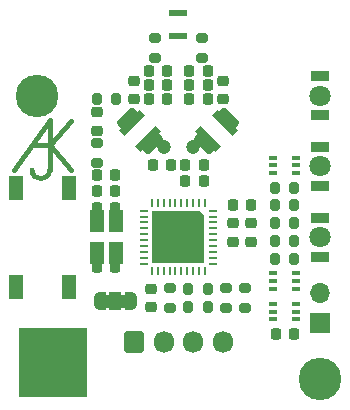
<source format=gbr>
%TF.GenerationSoftware,KiCad,Pcbnew,(6.0.2-0)*%
%TF.CreationDate,2022-02-18T14:13:15+00:00*%
%TF.ProjectId,PN532,504e3533-322e-46b6-9963-61645f706362,7*%
%TF.SameCoordinates,Original*%
%TF.FileFunction,Soldermask,Top*%
%TF.FilePolarity,Negative*%
%FSLAX46Y46*%
G04 Gerber Fmt 4.6, Leading zero omitted, Abs format (unit mm)*
G04 Created by KiCad (PCBNEW (6.0.2-0)) date 2022-02-18 14:13:15*
%MOMM*%
%LPD*%
G01*
G04 APERTURE LIST*
G04 Aperture macros list*
%AMRoundRect*
0 Rectangle with rounded corners*
0 $1 Rounding radius*
0 $2 $3 $4 $5 $6 $7 $8 $9 X,Y pos of 4 corners*
0 Add a 4 corners polygon primitive as box body*
4,1,4,$2,$3,$4,$5,$6,$7,$8,$9,$2,$3,0*
0 Add four circle primitives for the rounded corners*
1,1,$1+$1,$2,$3*
1,1,$1+$1,$4,$5*
1,1,$1+$1,$6,$7*
1,1,$1+$1,$8,$9*
0 Add four rect primitives between the rounded corners*
20,1,$1+$1,$2,$3,$4,$5,0*
20,1,$1+$1,$4,$5,$6,$7,0*
20,1,$1+$1,$6,$7,$8,$9,0*
20,1,$1+$1,$8,$9,$2,$3,0*%
%AMFreePoly0*
4,1,6,2.200000,-2.200000,-2.200000,-2.200000,-2.200000,1.800000,-1.800000,2.200000,2.200000,2.200000,2.200000,-2.200000,2.200000,-2.200000,$1*%
%AMFreePoly1*
4,1,22,0.550000,-0.750000,0.000000,-0.750000,0.000000,-0.745033,-0.079941,-0.743568,-0.215256,-0.701293,-0.333266,-0.622738,-0.424486,-0.514219,-0.481581,-0.384460,-0.499164,-0.250000,-0.500000,-0.250000,-0.500000,0.250000,-0.499164,0.250000,-0.499963,0.256109,-0.478152,0.396186,-0.417904,0.524511,-0.324060,0.630769,-0.204165,0.706417,-0.067858,0.745374,0.000000,0.744959,0.000000,0.750000,
0.550000,0.750000,0.550000,-0.750000,0.550000,-0.750000,$1*%
%AMFreePoly2*
4,1,20,0.000000,0.744959,0.073905,0.744508,0.209726,0.703889,0.328688,0.626782,0.421226,0.519385,0.479903,0.390333,0.500000,0.250000,0.500000,-0.250000,0.499851,-0.262216,0.476331,-0.402017,0.414519,-0.529596,0.319384,-0.634700,0.198574,-0.708877,0.061801,-0.746166,0.000000,-0.745033,0.000000,-0.750000,-0.550000,-0.750000,-0.550000,0.750000,0.000000,0.750000,0.000000,0.744959,
0.000000,0.744959,$1*%
G04 Aperture macros list end*
%ADD10C,0.120000*%
%ADD11C,0.450000*%
%ADD12R,1.150000X1.900000*%
%ADD13C,3.600000*%
%ADD14C,1.800000*%
%ADD15RoundRect,0.225000X0.575000X-0.225000X0.575000X0.225000X-0.575000X0.225000X-0.575000X-0.225000X0*%
%ADD16R,1.300000X2.000000*%
%ADD17RoundRect,0.225000X-0.225000X-0.250000X0.225000X-0.250000X0.225000X0.250000X-0.225000X0.250000X0*%
%ADD18RoundRect,0.225000X0.250000X-0.225000X0.250000X0.225000X-0.250000X0.225000X-0.250000X-0.225000X0*%
%ADD19RoundRect,0.200000X-0.200000X-0.275000X0.200000X-0.275000X0.200000X0.275000X-0.200000X0.275000X0*%
%ADD20RoundRect,0.225000X-0.250000X0.225000X-0.250000X-0.225000X0.250000X-0.225000X0.250000X0.225000X0*%
%ADD21RoundRect,0.200000X0.275000X-0.200000X0.275000X0.200000X-0.275000X0.200000X-0.275000X-0.200000X0*%
%ADD22RoundRect,0.062500X-0.062500X0.287500X-0.062500X-0.287500X0.062500X-0.287500X0.062500X0.287500X0*%
%ADD23RoundRect,0.062500X-0.287500X0.062500X-0.287500X-0.062500X0.287500X-0.062500X0.287500X0.062500X0*%
%ADD24FreePoly0,270.000000*%
%ADD25C,0.350000*%
%ADD26RoundRect,0.225000X0.225000X0.250000X-0.225000X0.250000X-0.225000X-0.250000X0.225000X-0.250000X0*%
%ADD27R,1.700000X1.700000*%
%ADD28O,1.700000X1.700000*%
%ADD29RoundRect,0.200000X-0.275000X0.200000X-0.275000X-0.200000X0.275000X-0.200000X0.275000X0.200000X0*%
%ADD30RoundRect,0.250000X-0.600000X-0.675000X0.600000X-0.675000X0.600000X0.675000X-0.600000X0.675000X0*%
%ADD31O,1.700000X1.850000*%
%ADD32C,1.200000*%
%ADD33FreePoly1,0.000000*%
%ADD34R,1.000000X1.500000*%
%ADD35FreePoly2,0.000000*%
%ADD36RoundRect,0.200000X0.200000X0.275000X-0.200000X0.275000X-0.200000X-0.275000X0.200000X-0.275000X0*%
%ADD37RoundRect,0.166600X0.636396X-0.895763X0.895763X-0.636396X-0.636396X0.895763X-0.895763X0.636396X0*%
%ADD38RoundRect,0.242760X0.321734X-0.699668X0.699668X-0.321734X-0.321734X0.699668X-0.699668X0.321734X0*%
%ADD39RoundRect,0.166600X-0.895763X-0.636396X-0.636396X-0.895763X0.895763X0.636396X0.636396X0.895763X0*%
%ADD40RoundRect,0.242760X-0.699668X-0.321734X-0.321734X-0.699668X0.699668X0.321734X0.321734X0.699668X0*%
%ADD41R,0.650000X0.400000*%
%ADD42R,1.500000X0.500000*%
G04 APERTURE END LIST*
D10*
%TO.C,JP1*%
X95050000Y-104900000D02*
X95450000Y-104900000D01*
X95450000Y-104900000D02*
X95450000Y-105900000D01*
X95450000Y-105900000D02*
X95050000Y-105900000D01*
X95050000Y-105900000D02*
X95050000Y-104900000D01*
G36*
X95050000Y-104900000D02*
G01*
X95450000Y-104900000D01*
X95450000Y-105900000D01*
X95050000Y-105900000D01*
X95050000Y-104900000D01*
G37*
X93850000Y-104900000D02*
X94250000Y-104900000D01*
X94250000Y-104900000D02*
X94250000Y-105900000D01*
X94250000Y-105900000D02*
X93850000Y-105900000D01*
X93850000Y-105900000D02*
X93850000Y-104900000D01*
G36*
X93850000Y-104900000D02*
G01*
X94250000Y-104900000D01*
X94250000Y-105900000D01*
X93850000Y-105900000D01*
X93850000Y-104900000D01*
G37*
%TO.C,U2*%
G36*
X92300000Y-113500000D02*
G01*
X86500000Y-113500000D01*
X86500000Y-107700000D01*
X92300000Y-107700000D01*
X92300000Y-113500000D01*
G37*
D11*
%TO.C,AJK1*%
X89100000Y-90100000D02*
X86100000Y-94300000D01*
X90900000Y-90200000D02*
X89100000Y-92200000D01*
X89100000Y-92200000D02*
X87600000Y-92200000D01*
X89100000Y-90100000D02*
X89100000Y-94300000D01*
X89100000Y-92200000D02*
X90900000Y-94300000D01*
X87600000Y-94300000D02*
G75*
G03*
X89100000Y-94300000I750000J0D01*
G01*
%TD*%
D12*
%TO.C,Y1*%
X93075000Y-98650000D03*
X93075000Y-101350000D03*
X94675000Y-101350000D03*
X94675000Y-98650000D03*
%TD*%
D13*
%TO.C,H2*%
X88000000Y-88000000D03*
%TD*%
%TO.C,H1*%
X112000000Y-112000000D03*
%TD*%
D14*
%TO.C,D2*%
X112000000Y-94000000D03*
D15*
X112000000Y-95650000D03*
X112000000Y-92350000D03*
%TD*%
D14*
%TO.C,D3*%
X112000000Y-88000000D03*
D15*
X112000000Y-89650000D03*
X112000000Y-86350000D03*
%TD*%
D16*
%TO.C,SW1*%
X86250000Y-95800000D03*
X90750000Y-95800000D03*
X90750000Y-104200000D03*
X86250000Y-104200000D03*
%TD*%
D14*
%TO.C,D1*%
X112000000Y-100000000D03*
D15*
X112000000Y-101650000D03*
X112000000Y-98350000D03*
%TD*%
D17*
%TO.C,C7*%
X100600000Y-95200000D03*
X102150000Y-95200000D03*
%TD*%
D18*
%TO.C,C3*%
X103800000Y-88300000D03*
X103800000Y-86750000D03*
%TD*%
D17*
%TO.C,C5*%
X100925000Y-88275000D03*
X102475000Y-88275000D03*
%TD*%
D19*
%TO.C,R6*%
X108175000Y-95800000D03*
X109825000Y-95800000D03*
%TD*%
%TO.C,R4*%
X93075000Y-88275000D03*
X94725000Y-88275000D03*
%TD*%
D20*
%TO.C,C13*%
X106150000Y-98825000D03*
X106150000Y-100375000D03*
%TD*%
D17*
%TO.C,C14*%
X104625000Y-97300000D03*
X106175000Y-97300000D03*
%TD*%
%TO.C,C9*%
X93100000Y-94750000D03*
X94650000Y-94750000D03*
%TD*%
%TO.C,C16*%
X93100000Y-97500000D03*
X94650000Y-97500000D03*
%TD*%
D19*
%TO.C,R9*%
X108175000Y-100300000D03*
X109825000Y-100300000D03*
%TD*%
%TO.C,R8*%
X108175000Y-101800000D03*
X109825000Y-101800000D03*
%TD*%
D21*
%TO.C,R11*%
X99300000Y-105975000D03*
X99300000Y-104325000D03*
%TD*%
D22*
%TO.C,U1*%
X102250000Y-97100000D03*
X101750000Y-97100000D03*
X101250000Y-97100000D03*
X100750000Y-97100000D03*
X100250000Y-97100000D03*
X99750000Y-97100000D03*
X99250000Y-97100000D03*
X98750000Y-97100000D03*
X98250000Y-97100000D03*
X97750000Y-97100000D03*
D23*
X97100000Y-97750000D03*
X97100000Y-98250000D03*
X97100000Y-98750000D03*
X97100000Y-99250000D03*
X97100000Y-99750000D03*
X97100000Y-100250000D03*
X97100000Y-100750000D03*
X97100000Y-101250000D03*
X97100000Y-101750000D03*
X97100000Y-102250000D03*
D22*
X97750000Y-102900000D03*
X98250000Y-102900000D03*
X98750000Y-102900000D03*
X99250000Y-102900000D03*
X99750000Y-102900000D03*
X100250000Y-102900000D03*
X100750000Y-102900000D03*
X101250000Y-102900000D03*
X101750000Y-102900000D03*
X102250000Y-102900000D03*
D23*
X102900000Y-102250000D03*
X102900000Y-101750000D03*
X102900000Y-101250000D03*
X102900000Y-100750000D03*
X102900000Y-100250000D03*
X102900000Y-99750000D03*
X102900000Y-99250000D03*
X102900000Y-98750000D03*
X102900000Y-98250000D03*
X102900000Y-97750000D03*
D24*
X100000000Y-100000000D03*
D25*
X99000000Y-99000000D03*
X100000000Y-100000000D03*
X99000000Y-101000000D03*
X101000000Y-101000000D03*
X101000000Y-99000000D03*
%TD*%
D26*
%TO.C,C17*%
X94650000Y-102500000D03*
X93100000Y-102500000D03*
%TD*%
D27*
%TO.C,J1*%
X112000000Y-107270000D03*
D28*
X112000000Y-104730000D03*
%TD*%
D26*
%TO.C,C12*%
X99400000Y-93850000D03*
X97850000Y-93850000D03*
%TD*%
D29*
%TO.C,R5*%
X93100000Y-92025000D03*
X93100000Y-93675000D03*
%TD*%
D19*
%TO.C,R7*%
X108175000Y-97300000D03*
X109825000Y-97300000D03*
%TD*%
%TO.C,R10*%
X108175000Y-98800000D03*
X109825000Y-98800000D03*
%TD*%
D18*
%TO.C,C18*%
X97700000Y-105925000D03*
X97700000Y-104375000D03*
%TD*%
D20*
%TO.C,C11*%
X104650000Y-98825000D03*
X104650000Y-100375000D03*
%TD*%
D18*
%TO.C,C8*%
X93100000Y-90975000D03*
X93100000Y-89425000D03*
%TD*%
D30*
%TO.C,J2*%
X96250000Y-108900000D03*
D31*
X98750000Y-108900000D03*
X101250000Y-108900000D03*
X103750000Y-108900000D03*
%TD*%
D17*
%TO.C,C10*%
X100600000Y-93850000D03*
X102150000Y-93850000D03*
%TD*%
D26*
%TO.C,C1*%
X102475000Y-85900000D03*
X102475000Y-87100000D03*
X100925000Y-87100000D03*
X100925000Y-85900000D03*
%TD*%
%TO.C,C6*%
X99075000Y-88275000D03*
X97525000Y-88275000D03*
%TD*%
D21*
%TO.C,R15*%
X105600000Y-105975000D03*
X105600000Y-104325000D03*
%TD*%
D32*
%TO.C,TP1*%
X101250000Y-92400000D03*
X98750000Y-92400000D03*
%TD*%
D33*
%TO.C,JP1*%
X93350000Y-105400000D03*
D34*
X94650000Y-105400000D03*
D35*
X95950000Y-105400000D03*
%TD*%
D19*
%TO.C,R13*%
X100825000Y-105900000D03*
X102475000Y-105900000D03*
%TD*%
D17*
%TO.C,C15*%
X93100000Y-96100000D03*
X94650000Y-96100000D03*
%TD*%
D36*
%TO.C,R14*%
X102475000Y-104400000D03*
X100825000Y-104400000D03*
%TD*%
D37*
%TO.C,L1*%
X102542893Y-91707107D03*
D38*
X102260051Y-91989949D03*
X104239949Y-90010051D03*
D37*
X103957107Y-90292893D03*
%TD*%
D39*
%TO.C,L2*%
X96042893Y-90292893D03*
D40*
X95760051Y-90010051D03*
X97739949Y-91989949D03*
D39*
X97457107Y-91707107D03*
%TD*%
D20*
%TO.C,C4*%
X96200000Y-86750000D03*
X96200000Y-88300000D03*
%TD*%
D29*
%TO.C,R12*%
X104000000Y-104325000D03*
X104000000Y-105975000D03*
%TD*%
D41*
%TO.C,D5*%
X108050000Y-93250000D03*
X108050000Y-93900000D03*
X108050000Y-94550000D03*
X109950000Y-94550000D03*
X109950000Y-93900000D03*
X109950000Y-93250000D03*
%TD*%
D17*
%TO.C,C19*%
X108225000Y-108200000D03*
X109775000Y-108200000D03*
%TD*%
D41*
%TO.C,D4*%
X108050000Y-103050000D03*
X108050000Y-103700000D03*
X108050000Y-104350000D03*
X109950000Y-104350000D03*
X109950000Y-103700000D03*
X109950000Y-103050000D03*
%TD*%
%TO.C,D6*%
X109950000Y-106950000D03*
X109950000Y-106300000D03*
X109950000Y-105650000D03*
X108050000Y-105650000D03*
X108050000Y-106300000D03*
X108050000Y-106950000D03*
%TD*%
D29*
%TO.C,A1*%
X102000000Y-83150000D03*
X98000000Y-83150000D03*
D42*
X100000000Y-81000000D03*
D29*
X102000000Y-84850000D03*
D42*
X100000000Y-83000000D03*
D29*
X98000000Y-84850000D03*
%TD*%
D26*
%TO.C,C2*%
X99075000Y-85900000D03*
X99075000Y-87100000D03*
X97525000Y-87100000D03*
X97525000Y-85900000D03*
%TD*%
M02*

</source>
